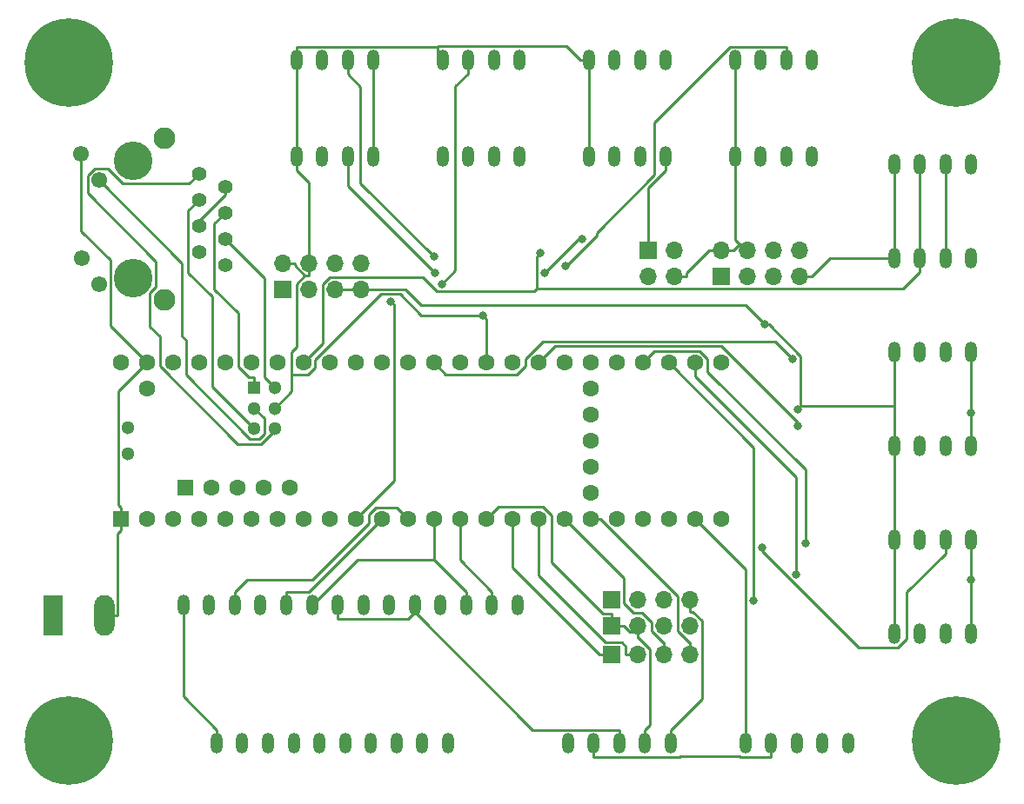
<source format=gbr>
%TF.GenerationSoftware,KiCad,Pcbnew,5.1.9-73d0e3b20d~88~ubuntu20.04.1*%
%TF.CreationDate,2021-02-26T13:03:21-08:00*%
%TF.ProjectId,TeensyMonitorV5,5465656e-7379-44d6-9f6e-69746f725635,rev?*%
%TF.SameCoordinates,Original*%
%TF.FileFunction,Copper,L4,Bot*%
%TF.FilePolarity,Positive*%
%FSLAX46Y46*%
G04 Gerber Fmt 4.6, Leading zero omitted, Abs format (unit mm)*
G04 Created by KiCad (PCBNEW 5.1.9-73d0e3b20d~88~ubuntu20.04.1) date 2021-02-26 13:03:21*
%MOMM*%
%LPD*%
G01*
G04 APERTURE LIST*
%TA.AperFunction,ComponentPad*%
%ADD10O,1.200000X2.000000*%
%TD*%
%TA.AperFunction,ComponentPad*%
%ADD11O,1.700000X1.700000*%
%TD*%
%TA.AperFunction,ComponentPad*%
%ADD12R,1.700000X1.700000*%
%TD*%
%TA.AperFunction,ComponentPad*%
%ADD13C,1.300000*%
%TD*%
%TA.AperFunction,ComponentPad*%
%ADD14C,1.600000*%
%TD*%
%TA.AperFunction,ComponentPad*%
%ADD15R,1.300000X1.300000*%
%TD*%
%TA.AperFunction,ComponentPad*%
%ADD16R,1.600000X1.600000*%
%TD*%
%TA.AperFunction,ComponentPad*%
%ADD17C,2.108200*%
%TD*%
%TA.AperFunction,ComponentPad*%
%ADD18C,3.759200*%
%TD*%
%TA.AperFunction,ComponentPad*%
%ADD19C,1.549400*%
%TD*%
%TA.AperFunction,ComponentPad*%
%ADD20C,1.397000*%
%TD*%
%TA.AperFunction,ComponentPad*%
%ADD21C,0.900000*%
%TD*%
%TA.AperFunction,ComponentPad*%
%ADD22C,8.600000*%
%TD*%
%TA.AperFunction,ComponentPad*%
%ADD23O,1.980000X3.960000*%
%TD*%
%TA.AperFunction,ComponentPad*%
%ADD24R,1.980000X3.960000*%
%TD*%
%TA.AperFunction,ViaPad*%
%ADD25C,0.800000*%
%TD*%
%TA.AperFunction,Conductor*%
%ADD26C,0.250000*%
%TD*%
G04 APERTURE END LIST*
D10*
%TO.P,J23,4*%
%TO.N,GND*%
X156404000Y-73406000D03*
%TO.P,J23,3*%
%TO.N,Net-(J23-Pad3)*%
X153904000Y-73406000D03*
%TO.P,J23,2*%
%TO.N,Net-(J23-Pad2)*%
X151404000Y-73406000D03*
%TO.P,J23,1*%
%TO.N,5V*%
X148904000Y-73406000D03*
%TD*%
%TO.P,J22,4*%
%TO.N,GND*%
X156404000Y-64262000D03*
%TO.P,J22,3*%
%TO.N,Net-(J22-Pad3)*%
X153904000Y-64262000D03*
%TO.P,J22,2*%
%TO.N,Net-(J22-Pad2)*%
X151404000Y-64262000D03*
%TO.P,J22,1*%
%TO.N,5V*%
X148904000Y-64262000D03*
%TD*%
%TO.P,J21,4*%
%TO.N,GND*%
X156404000Y-55118000D03*
%TO.P,J21,3*%
%TO.N,Net-(J21-Pad3)*%
X153904000Y-55118000D03*
%TO.P,J21,2*%
%TO.N,Net-(J21-Pad2)*%
X151404000Y-55118000D03*
%TO.P,J21,1*%
%TO.N,5V*%
X148904000Y-55118000D03*
%TD*%
%TO.P,J20,4*%
%TO.N,GND*%
X156404000Y-45974000D03*
%TO.P,J20,3*%
%TO.N,Net-(J20-Pad3)*%
X153904000Y-45974000D03*
%TO.P,J20,2*%
%TO.N,Net-(J20-Pad2)*%
X151404000Y-45974000D03*
%TO.P,J20,1*%
%TO.N,5V*%
X148904000Y-45974000D03*
%TD*%
%TO.P,U50,14*%
%TO.N,T_IRQ*%
X112262000Y-70612000D03*
%TO.P,U50,13*%
%TO.N,MISO*%
X109762000Y-70612000D03*
%TO.P,U50,12*%
%TO.N,MOSI*%
X107262000Y-70612000D03*
%TO.P,U50,11*%
%TO.N,T_CS*%
X104762000Y-70612000D03*
%TO.P,U50,10*%
%TO.N,SCK*%
X102262000Y-70612000D03*
%TO.P,U50,9*%
%TO.N,MISO*%
X99762000Y-70612000D03*
%TO.P,U50,8*%
%TO.N,Net-(R51-Pad1)*%
X97262000Y-70612000D03*
%TO.P,U50,7*%
%TO.N,SCK*%
X94762000Y-70612000D03*
%TO.P,U50,6*%
%TO.N,MOSI*%
X92262000Y-70612000D03*
%TO.P,U50,5*%
%TO.N,DC*%
X89762000Y-70612000D03*
%TO.P,U50,4*%
%TO.N,3V3*%
X87262000Y-70612000D03*
%TO.P,U50,3*%
%TO.N,CS*%
X84762000Y-70612000D03*
%TO.P,U50,2*%
%TO.N,GND*%
X82262000Y-70612000D03*
%TO.P,U50,1*%
%TO.N,5V*%
X79762000Y-70612000D03*
%TD*%
%TO.P,J39b1,4*%
%TO.N,GND*%
X156404000Y-27686000D03*
%TO.P,J39b1,3*%
%TO.N,SDA*%
X153904000Y-27686000D03*
%TO.P,J39b1,2*%
%TO.N,SCL*%
X151404000Y-27686000D03*
%TO.P,J39b1,1*%
%TO.N,3V3*%
X148904000Y-27686000D03*
%TD*%
%TO.P,J39a1,4*%
%TO.N,GND*%
X156404000Y-36830000D03*
%TO.P,J39a1,3*%
%TO.N,SDA*%
X153904000Y-36830000D03*
%TO.P,J39a1,2*%
%TO.N,SCL*%
X151404000Y-36830000D03*
%TO.P,J39a1,1*%
%TO.N,3V3*%
X148904000Y-36830000D03*
%TD*%
%TO.P,J55,5*%
%TO.N,GND*%
X144446000Y-84074000D03*
%TO.P,J55,4*%
%TO.N,3V3*%
X141946000Y-84074000D03*
%TO.P,J55,3*%
%TO.N,SCK*%
X139446000Y-84074000D03*
%TO.P,J55,2*%
%TO.N,MISO*%
X136946000Y-84074000D03*
%TO.P,J55,1*%
%TO.N,MOTOR1*%
X134446000Y-84074000D03*
%TD*%
%TO.P,J54,5*%
%TO.N,GND*%
X127174000Y-84074000D03*
%TO.P,J54,4*%
%TO.N,3V3*%
X124674000Y-84074000D03*
%TO.P,J54,3*%
%TO.N,SCK*%
X122174000Y-84074000D03*
%TO.P,J54,2*%
%TO.N,MISO*%
X119674000Y-84074000D03*
%TO.P,J54,1*%
%TO.N,MOTOR0*%
X117174000Y-84074000D03*
%TD*%
%TO.P,J40,10*%
%TO.N,GND*%
X105484000Y-84074000D03*
%TO.P,J40,9*%
%TO.N,Net-(J40-Pad9)*%
X102984000Y-84074000D03*
%TO.P,J40,8*%
%TO.N,Net-(J40-Pad8)*%
X100484000Y-84074000D03*
%TO.P,J40,7*%
%TO.N,Net-(J40-Pad7)*%
X97984000Y-84074000D03*
%TO.P,J40,6*%
%TO.N,Net-(J40-Pad6)*%
X95484000Y-84074000D03*
%TO.P,J40,5*%
%TO.N,Net-(J40-Pad5)*%
X92984000Y-84074000D03*
%TO.P,J40,4*%
%TO.N,Net-(J40-Pad4)*%
X90484000Y-84074000D03*
%TO.P,J40,3*%
%TO.N,Net-(J40-Pad3)*%
X87984000Y-84074000D03*
%TO.P,J40,2*%
%TO.N,Net-(J40-Pad2)*%
X85484000Y-84074000D03*
%TO.P,J40,1*%
%TO.N,5V*%
X82984000Y-84074000D03*
%TD*%
%TO.P,J37,4*%
%TO.N,GND*%
X133410000Y-26924000D03*
%TO.P,J37,3*%
%TO.N,Net-(J37-Pad3)*%
X135910000Y-26924000D03*
%TO.P,J37,2*%
%TO.N,Net-(J37-Pad2)*%
X138410000Y-26924000D03*
%TO.P,J37,1*%
%TO.N,3V3*%
X140910000Y-26924000D03*
%TD*%
%TO.P,J36,4*%
%TO.N,GND*%
X133410000Y-17526000D03*
%TO.P,J36,3*%
%TO.N,Net-(J36-Pad3)*%
X135910000Y-17526000D03*
%TO.P,J36,2*%
%TO.N,Net-(J36-Pad2)*%
X138410000Y-17526000D03*
%TO.P,J36,1*%
%TO.N,3V3*%
X140910000Y-17526000D03*
%TD*%
%TO.P,J35,4*%
%TO.N,GND*%
X119186000Y-26924000D03*
%TO.P,J35,3*%
%TO.N,Net-(J35-Pad3)*%
X121686000Y-26924000D03*
%TO.P,J35,2*%
%TO.N,Net-(J35-Pad2)*%
X124186000Y-26924000D03*
%TO.P,J35,1*%
%TO.N,3V3*%
X126686000Y-26924000D03*
%TD*%
%TO.P,J34,4*%
%TO.N,GND*%
X119186000Y-17526000D03*
%TO.P,J34,3*%
%TO.N,Net-(J34-Pad3)*%
X121686000Y-17526000D03*
%TO.P,J34,2*%
%TO.N,Net-(J34-Pad2)*%
X124186000Y-17526000D03*
%TO.P,J34,1*%
%TO.N,3V3*%
X126686000Y-17526000D03*
%TD*%
%TO.P,J33,4*%
%TO.N,GND*%
X104962000Y-26924000D03*
%TO.P,J33,3*%
%TO.N,Net-(J33-Pad3)*%
X107462000Y-26924000D03*
%TO.P,J33,2*%
%TO.N,Net-(J33-Pad2)*%
X109962000Y-26924000D03*
%TO.P,J33,1*%
%TO.N,3V3*%
X112462000Y-26924000D03*
%TD*%
%TO.P,J32,4*%
%TO.N,GND*%
X104962000Y-17526000D03*
%TO.P,J32,3*%
%TO.N,Net-(J32-Pad3)*%
X107462000Y-17526000D03*
%TO.P,J32,2*%
%TO.N,Net-(J32-Pad2)*%
X109962000Y-17526000D03*
%TO.P,J32,1*%
%TO.N,3V3*%
X112462000Y-17526000D03*
%TD*%
%TO.P,J31,4*%
%TO.N,GND*%
X90738000Y-26924000D03*
%TO.P,J31,3*%
%TO.N,Net-(J31-Pad3)*%
X93238000Y-26924000D03*
%TO.P,J31,2*%
%TO.N,Net-(J31-Pad2)*%
X95738000Y-26924000D03*
%TO.P,J31,1*%
%TO.N,3V3*%
X98238000Y-26924000D03*
%TD*%
%TO.P,J30,4*%
%TO.N,GND*%
X90738000Y-17526000D03*
%TO.P,J30,3*%
%TO.N,Net-(J30-Pad3)*%
X93238000Y-17526000D03*
%TO.P,J30,2*%
%TO.N,Net-(J30-Pad2)*%
X95738000Y-17526000D03*
%TO.P,J30,1*%
%TO.N,3V3*%
X98238000Y-17526000D03*
%TD*%
D11*
%TO.P,J5,4*%
%TO.N,GND*%
X127508000Y-38608000D03*
%TO.P,J5,3*%
%TO.N,Net-(J5-Pad3)*%
X124968000Y-38608000D03*
%TO.P,J5,2*%
%TO.N,Net-(J5-Pad2)*%
X127508000Y-36068000D03*
D12*
%TO.P,J5,1*%
%TO.N,3V3*%
X124968000Y-36068000D03*
%TD*%
D13*
%TO.P,U1,66*%
%TO.N,N/C*%
X74390000Y-53340000D03*
%TO.P,U1,67*%
X74390000Y-55880000D03*
D14*
%TO.P,U1,54*%
X119380000Y-49530000D03*
%TO.P,U1,53*%
X119380000Y-52070000D03*
%TO.P,U1,52*%
X119380000Y-54610000D03*
%TO.P,U1,51*%
X119380000Y-57150000D03*
%TO.P,U1,50*%
X119380000Y-59690000D03*
D13*
%TO.P,U1,62*%
%TO.N,T-*%
X86630000Y-53428400D03*
%TO.P,U1,63*%
%TO.N,T+*%
X88630000Y-53428400D03*
%TO.P,U1,64*%
%TO.N,GND*%
X88630000Y-51428400D03*
%TO.P,U1,61*%
%TO.N,LED*%
X86630000Y-51428400D03*
%TO.P,U1,65*%
%TO.N,R-*%
X88630000Y-49428400D03*
D15*
%TO.P,U1,60*%
%TO.N,R+*%
X86630000Y-49428400D03*
D14*
%TO.P,U1,17*%
%TO.N,ANLG1*%
X114300000Y-62230000D03*
%TO.P,U1,18*%
%TO.N,ANLG2*%
X116840000Y-62230000D03*
%TO.P,U1,19*%
%TO.N,ANLG3*%
X119380000Y-62230000D03*
%TO.P,U1,20*%
%TO.N,T_IRQ*%
X121920000Y-62230000D03*
%TO.P,U1,16*%
%TO.N,ANLG0*%
X111760000Y-62230000D03*
%TO.P,U1,15*%
%TO.N,3V3*%
X109220000Y-62230000D03*
%TO.P,U1,14*%
%TO.N,MISO*%
X106680000Y-62230000D03*
%TO.P,U1,21*%
%TO.N,T_CS*%
X124460000Y-62230000D03*
%TO.P,U1,22*%
%TO.N,MOTOR0*%
X127000000Y-62230000D03*
%TO.P,U1,23*%
%TO.N,MOTOR1*%
X129540000Y-62230000D03*
%TO.P,U1,24*%
%TO.N,N/C*%
X132080000Y-62230000D03*
%TO.P,U1,25*%
X132080000Y-46990000D03*
%TO.P,U1,26*%
%TO.N,TRG3*%
X129540000Y-46990000D03*
%TO.P,U1,27*%
%TO.N,ECHO3*%
X127000000Y-46990000D03*
%TO.P,U1,28*%
%TO.N,TRG2*%
X124460000Y-46990000D03*
%TO.P,U1,29*%
%TO.N,ECHO2*%
X121920000Y-46990000D03*
%TO.P,U1,30*%
%TO.N,N/C*%
X119380000Y-46990000D03*
%TO.P,U1,31*%
X116840000Y-46990000D03*
%TO.P,U1,32*%
%TO.N,TRG1*%
X114300000Y-46990000D03*
%TO.P,U1,33*%
%TO.N,ECHO1*%
X111760000Y-46990000D03*
%TO.P,U1,34*%
%TO.N,GND*%
X109220000Y-46990000D03*
%TO.P,U1,13*%
%TO.N,MOSI*%
X104140000Y-62230000D03*
%TO.P,U1,12*%
%TO.N,CS*%
X101600000Y-62230000D03*
%TO.P,U1,11*%
%TO.N,DC*%
X99060000Y-62230000D03*
%TO.P,U1,10*%
%TO.N,I2CRESET*%
X96520000Y-62230000D03*
%TO.P,U1,9*%
%TO.N,RLY7*%
X93980000Y-62230000D03*
%TO.P,U1,8*%
%TO.N,RLY6*%
X91440000Y-62230000D03*
%TO.P,U1,7*%
%TO.N,RLY5*%
X88900000Y-62230000D03*
%TO.P,U1,6*%
%TO.N,RLY4*%
X86360000Y-62230000D03*
%TO.P,U1,5*%
%TO.N,RLY3*%
X83820000Y-62230000D03*
%TO.P,U1,4*%
%TO.N,RLY2*%
X81280000Y-62230000D03*
%TO.P,U1,3*%
%TO.N,RLY1*%
X78740000Y-62230000D03*
%TO.P,U1,2*%
%TO.N,RLY0*%
X76200000Y-62230000D03*
D16*
%TO.P,U1,1*%
%TO.N,GND*%
X73660000Y-62230000D03*
D14*
%TO.P,U1,35*%
%TO.N,SCK*%
X106680000Y-46990000D03*
%TO.P,U1,36*%
%TO.N,TRG0*%
X104140000Y-46990000D03*
%TO.P,U1,37*%
%TO.N,ECHO0*%
X101600000Y-46990000D03*
%TO.P,U1,38*%
%TO.N,N/C*%
X99060000Y-46990000D03*
%TO.P,U1,39*%
X96520000Y-46990000D03*
%TO.P,U1,40*%
%TO.N,SDA*%
X93980000Y-46990000D03*
%TO.P,U1,41*%
%TO.N,SCL*%
X91440000Y-46990000D03*
%TO.P,U1,42*%
%TO.N,N/C*%
X88900000Y-46990000D03*
%TO.P,U1,43*%
X86360000Y-46990000D03*
%TO.P,U1,44*%
%TO.N,Net-(J5-Pad2)*%
X83820000Y-46990000D03*
%TO.P,U1,45*%
%TO.N,Net-(J5-Pad3)*%
X81280000Y-46990000D03*
%TO.P,U1,46*%
%TO.N,3V3*%
X78740000Y-46990000D03*
%TO.P,U1,47*%
%TO.N,GND*%
X76200000Y-46990000D03*
%TO.P,U1,48*%
%TO.N,5V*%
X73660000Y-46990000D03*
D16*
%TO.P,U1,55*%
%TO.N,N/C*%
X79959200Y-59179200D03*
D14*
%TO.P,U1,56*%
X82499200Y-59179200D03*
%TO.P,U1,57*%
X85039200Y-59179200D03*
%TO.P,U1,58*%
X87579200Y-59179200D03*
%TO.P,U1,59*%
X90119200Y-59179200D03*
%TO.P,U1,49*%
X76200000Y-49530000D03*
%TD*%
D17*
%TO.P,J4,16*%
%TO.N,N/C*%
X77940010Y-40894998D03*
%TO.P,J4,13*%
X77940010Y-25145002D03*
D18*
%TO.P,J4,15*%
X74890010Y-38735000D03*
%TO.P,J4,14*%
X74890010Y-27305000D03*
D19*
%TO.P,J4,12*%
X71530010Y-39345000D03*
%TO.P,J4,11*%
X69830010Y-36805000D03*
%TO.P,J4,10*%
%TO.N,LED*%
X71530010Y-29235000D03*
%TO.P,J4,9*%
%TO.N,GND*%
X69810010Y-26695000D03*
D20*
%TO.P,J4,7*%
%TO.N,N/C*%
X81260010Y-36195000D03*
%TO.P,J4,5*%
%TO.N,Net-(C1-Pad2)*%
X81260010Y-33655000D03*
%TO.P,J4,3*%
%TO.N,T-*%
X81260010Y-31115000D03*
%TO.P,J4,1*%
%TO.N,T+*%
X81260010Y-28575000D03*
%TO.P,J4,8*%
%TO.N,GND*%
X83800010Y-37465000D03*
%TO.P,J4,6*%
%TO.N,R-*%
X83800010Y-34925000D03*
%TO.P,J4,4*%
%TO.N,R+*%
X83800010Y-32385000D03*
%TO.P,J4,2*%
%TO.N,Net-(C1-Pad2)*%
X83800010Y-29845000D03*
%TD*%
D11*
%TO.P,J3,8*%
%TO.N,GND*%
X139700000Y-36068000D03*
%TO.P,J3,7*%
%TO.N,3V3*%
X139700000Y-38608000D03*
%TO.P,J3,6*%
%TO.N,GND*%
X137160000Y-36068000D03*
%TO.P,J3,5*%
%TO.N,3V3*%
X137160000Y-38608000D03*
%TO.P,J3,4*%
%TO.N,GND*%
X134620000Y-36068000D03*
%TO.P,J3,3*%
%TO.N,3V3*%
X134620000Y-38608000D03*
%TO.P,J3,2*%
%TO.N,GND*%
X132080000Y-36068000D03*
D12*
%TO.P,J3,1*%
%TO.N,3V3*%
X132080000Y-38608000D03*
%TD*%
D21*
%TO.P,H4,1*%
%TO.N,N/C*%
X157220419Y-81539581D03*
X154940000Y-80595000D03*
X152659581Y-81539581D03*
X151715000Y-83820000D03*
X152659581Y-86100419D03*
X154940000Y-87045000D03*
X157220419Y-86100419D03*
X158165000Y-83820000D03*
D22*
X154940000Y-83820000D03*
%TD*%
D21*
%TO.P,H3,1*%
%TO.N,N/C*%
X157220419Y-15499581D03*
X154940000Y-14555000D03*
X152659581Y-15499581D03*
X151715000Y-17780000D03*
X152659581Y-20060419D03*
X154940000Y-21005000D03*
X157220419Y-20060419D03*
X158165000Y-17780000D03*
D22*
X154940000Y-17780000D03*
%TD*%
D21*
%TO.P,H2,1*%
%TO.N,N/C*%
X70860419Y-81539581D03*
X68580000Y-80595000D03*
X66299581Y-81539581D03*
X65355000Y-83820000D03*
X66299581Y-86100419D03*
X68580000Y-87045000D03*
X70860419Y-86100419D03*
X71805000Y-83820000D03*
D22*
X68580000Y-83820000D03*
%TD*%
D21*
%TO.P,H1,1*%
%TO.N,N/C*%
X70860419Y-15499581D03*
X68580000Y-14555000D03*
X66299581Y-15499581D03*
X65355000Y-17780000D03*
X66299581Y-20060419D03*
X68580000Y-21005000D03*
X70860419Y-20060419D03*
X71805000Y-17780000D03*
D22*
X68580000Y-17780000D03*
%TD*%
D11*
%TO.P,J53,4*%
%TO.N,GND*%
X129032000Y-70104000D03*
%TO.P,J53,3*%
X126492000Y-70104000D03*
%TO.P,J53,2*%
X123952000Y-70104000D03*
D12*
%TO.P,J53,1*%
X121412000Y-70104000D03*
%TD*%
D11*
%TO.P,J52,4*%
%TO.N,3V3*%
X129032000Y-72644000D03*
%TO.P,J52,3*%
X126492000Y-72644000D03*
%TO.P,J52,2*%
X123952000Y-72644000D03*
D12*
%TO.P,J52,1*%
X121412000Y-72644000D03*
%TD*%
D11*
%TO.P,J51,4*%
%TO.N,ANLG3*%
X129032000Y-75438000D03*
%TO.P,J51,3*%
%TO.N,ANLG2*%
X126492000Y-75438000D03*
%TO.P,J51,2*%
%TO.N,ANLG1*%
X123952000Y-75438000D03*
D12*
%TO.P,J51,1*%
%TO.N,ANLG0*%
X121412000Y-75438000D03*
%TD*%
D11*
%TO.P,J2,8*%
%TO.N,GND*%
X97028000Y-37338000D03*
%TO.P,J2,7*%
%TO.N,5V*%
X97028000Y-39878000D03*
%TO.P,J2,6*%
%TO.N,GND*%
X94488000Y-37338000D03*
%TO.P,J2,5*%
%TO.N,5V*%
X94488000Y-39878000D03*
%TO.P,J2,4*%
%TO.N,GND*%
X91948000Y-37338000D03*
%TO.P,J2,3*%
%TO.N,5V*%
X91948000Y-39878000D03*
%TO.P,J2,2*%
%TO.N,GND*%
X89408000Y-37338000D03*
D12*
%TO.P,J2,1*%
%TO.N,5V*%
X89408000Y-39878000D03*
%TD*%
D23*
%TO.P,J1,2*%
%TO.N,GND*%
X72056000Y-71628000D03*
D24*
%TO.P,J1,1*%
%TO.N,5V*%
X67056000Y-71628000D03*
%TD*%
D25*
%TO.N,GND*%
X108859600Y-42369500D03*
%TO.N,5V*%
X139573100Y-51522800D03*
X136335000Y-43242500D03*
%TO.N,Net-(J31-Pad2)*%
X104210000Y-38289800D03*
%TO.N,Net-(J32-Pad3)*%
X104907500Y-39341500D03*
%TO.N,TRG0*%
X139048100Y-46640600D03*
%TO.N,TRG1*%
X139513800Y-53121500D03*
%TO.N,TRG2*%
X140277500Y-64570800D03*
%TO.N,TRG3*%
X139380000Y-67615800D03*
%TO.N,ECHO3*%
X135249300Y-70143000D03*
%TO.N,SCL*%
X114473100Y-36292600D03*
%TO.N,I2CRESET*%
X99946900Y-41054300D03*
%TO.N,GND*%
X156404000Y-51876000D03*
X156404000Y-68132000D03*
%TO.N,Net-(J22-Pad3)*%
X136067200Y-65015000D03*
%TO.N,Net-(J30-Pad2)*%
X104123800Y-36684000D03*
%TO.N,Net-(J36-Pad2)*%
X116922000Y-37539100D03*
%TO.N,Net-(J37-Pad3)*%
X118584700Y-34950300D03*
X114885600Y-38283000D03*
%TD*%
D26*
%TO.N,GND*%
X90299900Y-48140500D02*
X91904900Y-48140500D01*
X91904900Y-48140500D02*
X92565400Y-47480000D01*
X92565400Y-47480000D02*
X92565400Y-46726200D01*
X92565400Y-46726200D02*
X98963100Y-40328500D01*
X98963100Y-40328500D02*
X100852400Y-40328500D01*
X100852400Y-40328500D02*
X102893400Y-42369500D01*
X102893400Y-42369500D02*
X108859600Y-42369500D01*
X88630000Y-51428400D02*
X90299900Y-49758500D01*
X90299900Y-49758500D02*
X90299900Y-48140500D01*
X91580600Y-38513300D02*
X90772700Y-39321200D01*
X90772700Y-39321200D02*
X90772700Y-45477000D01*
X90772700Y-45477000D02*
X90299900Y-45949800D01*
X90299900Y-45949800D02*
X90299900Y-48140500D01*
X109220000Y-46990000D02*
X109220000Y-42729900D01*
X109220000Y-42729900D02*
X108859600Y-42369500D01*
X91948000Y-38513300D02*
X91580600Y-38513300D01*
X90583300Y-37338000D02*
X90583300Y-37516000D01*
X90583300Y-37516000D02*
X91580600Y-38513300D01*
X89408000Y-37338000D02*
X90583300Y-37338000D01*
X133843000Y-35480300D02*
X133255300Y-36068000D01*
X134620000Y-35480300D02*
X133843000Y-35480300D01*
X133410000Y-26924000D02*
X133410000Y-35047300D01*
X133410000Y-35047300D02*
X133843000Y-35480300D01*
X133410000Y-17526000D02*
X133410000Y-26924000D01*
X132080000Y-36068000D02*
X133255300Y-36068000D01*
X134620000Y-36068000D02*
X134620000Y-35480300D01*
X104516600Y-16283500D02*
X104605600Y-16194500D01*
X104605600Y-16194500D02*
X117065100Y-16194500D01*
X117065100Y-16194500D02*
X118396600Y-17526000D01*
X118396600Y-17526000D02*
X119186000Y-17526000D01*
X104962000Y-17526000D02*
X104516600Y-17080600D01*
X104516600Y-17080600D02*
X104516600Y-16283500D01*
X90738000Y-16200700D02*
X99112700Y-16200700D01*
X99112700Y-16200700D02*
X99195500Y-16283500D01*
X99195500Y-16283500D02*
X104516600Y-16283500D01*
X90738000Y-17526000D02*
X90738000Y-16200700D01*
X90738000Y-26924000D02*
X90738000Y-17526000D01*
X91948000Y-37338000D02*
X91948000Y-38513300D01*
X90738000Y-28249300D02*
X91948000Y-29459300D01*
X91948000Y-29459300D02*
X91948000Y-37338000D01*
X73660000Y-62230000D02*
X73660000Y-63355300D01*
X72056000Y-71628000D02*
X73371300Y-71628000D01*
X73371300Y-71628000D02*
X73371300Y-63644000D01*
X73371300Y-63644000D02*
X73660000Y-63355300D01*
X127508000Y-38608000D02*
X128683300Y-38608000D01*
X132080000Y-36068000D02*
X130904700Y-36068000D01*
X130904700Y-36068000D02*
X128683300Y-38289400D01*
X128683300Y-38289400D02*
X128683300Y-38608000D01*
X127174000Y-84074000D02*
X127174000Y-82748700D01*
X129032000Y-70104000D02*
X129032000Y-71279300D01*
X127174000Y-82748700D02*
X130214100Y-79708600D01*
X130214100Y-79708600D02*
X130214100Y-72156300D01*
X130214100Y-72156300D02*
X129337100Y-71279300D01*
X129337100Y-71279300D02*
X129032000Y-71279300D01*
X90738000Y-26924000D02*
X90738000Y-28249300D01*
X119186000Y-17526000D02*
X119186000Y-26924000D01*
X76200000Y-46990000D02*
X73398800Y-49791200D01*
X73398800Y-49791200D02*
X73398800Y-60843500D01*
X73398800Y-60843500D02*
X73660000Y-61104700D01*
X73660000Y-62230000D02*
X73660000Y-61104700D01*
X69810000Y-26695000D02*
X69810000Y-34150300D01*
X69810000Y-34150300D02*
X72657500Y-36997800D01*
X72657500Y-36997800D02*
X72657500Y-43447500D01*
X72657500Y-43447500D02*
X76200000Y-46990000D01*
%TO.N,5V*%
X136335000Y-43242500D02*
X134488700Y-41396200D01*
X134488700Y-41396200D02*
X102875400Y-41396200D01*
X102875400Y-41396200D02*
X101357200Y-39878000D01*
X101357200Y-39878000D02*
X97028000Y-39878000D01*
X139835300Y-51235900D02*
X139573100Y-51498100D01*
X139573100Y-51498100D02*
X139573100Y-51522800D01*
X148904000Y-51235900D02*
X148904000Y-55118000D01*
X148904000Y-47299300D02*
X148904000Y-51235900D01*
X139835300Y-51235900D02*
X148904000Y-51235900D01*
X136335000Y-43242500D02*
X136729400Y-43242500D01*
X136729400Y-43242500D02*
X139835300Y-46348400D01*
X139835300Y-46348400D02*
X139835300Y-51235900D01*
X82984000Y-84074000D02*
X82984000Y-82748700D01*
X79762000Y-70612000D02*
X79762000Y-79526700D01*
X79762000Y-79526700D02*
X82984000Y-82748700D01*
X94488000Y-39878000D02*
X97028000Y-39878000D01*
X148904000Y-64262000D02*
X148904000Y-73406000D01*
X148904000Y-55118000D02*
X148904000Y-64262000D01*
X148904000Y-45974000D02*
X148904000Y-47299300D01*
%TO.N,3V3*%
X121412000Y-72644000D02*
X122587300Y-72644000D01*
X123952000Y-73231600D02*
X123174900Y-73231600D01*
X123174900Y-73231600D02*
X122587300Y-72644000D01*
X123952000Y-73231600D02*
X123952000Y-73819300D01*
X123952000Y-72644000D02*
X123952000Y-73231600D01*
X121412000Y-72644000D02*
X121412000Y-71468700D01*
X121412000Y-71468700D02*
X120604000Y-71468700D01*
X120604000Y-71468700D02*
X115570000Y-66434700D01*
X115570000Y-66434700D02*
X115570000Y-61880700D01*
X115570000Y-61880700D02*
X114760400Y-61071100D01*
X114760400Y-61071100D02*
X110378900Y-61071100D01*
X110378900Y-61071100D02*
X109220000Y-62230000D01*
X126686000Y-26924000D02*
X126686000Y-28249300D01*
X124968000Y-36068000D02*
X124968000Y-29967300D01*
X124968000Y-29967300D02*
X126686000Y-28249300D01*
X124674000Y-84074000D02*
X124674000Y-82748700D01*
X123952000Y-73819300D02*
X124025500Y-73819300D01*
X124025500Y-73819300D02*
X125146500Y-74940300D01*
X125146500Y-74940300D02*
X125146500Y-82276200D01*
X125146500Y-82276200D02*
X124674000Y-82748700D01*
X148904000Y-27686000D02*
X148904000Y-36830000D01*
X139700000Y-38608000D02*
X140875300Y-38608000D01*
X148904000Y-36830000D02*
X142653300Y-36830000D01*
X142653300Y-36830000D02*
X140875300Y-38608000D01*
X98238000Y-17526000D02*
X98238000Y-26924000D01*
%TO.N,Net-(J31-Pad2)*%
X95738000Y-28249300D02*
X95738000Y-29817800D01*
X95738000Y-29817800D02*
X104210000Y-38289800D01*
X95738000Y-26924000D02*
X95738000Y-28249300D01*
%TO.N,Net-(J32-Pad3)*%
X107462000Y-18851300D02*
X106223600Y-20089700D01*
X106223600Y-20089700D02*
X106223600Y-38025400D01*
X106223600Y-38025400D02*
X104907500Y-39341500D01*
X107462000Y-17526000D02*
X107462000Y-18851300D01*
%TO.N,ANLG3*%
X129032000Y-75438000D02*
X129032000Y-74262700D01*
X129032000Y-74262700D02*
X128958400Y-74262700D01*
X128958400Y-74262700D02*
X127856700Y-73161000D01*
X127856700Y-73161000D02*
X127856700Y-69758200D01*
X127856700Y-69758200D02*
X120328500Y-62230000D01*
X120328500Y-62230000D02*
X119380000Y-62230000D01*
%TO.N,ANLG2*%
X126492000Y-75438000D02*
X126492000Y-74262700D01*
X126492000Y-74262700D02*
X126418400Y-74262700D01*
X126418400Y-74262700D02*
X125316700Y-73161000D01*
X125316700Y-73161000D02*
X125316700Y-72307700D01*
X125316700Y-72307700D02*
X124383000Y-71374000D01*
X124383000Y-71374000D02*
X123557200Y-71374000D01*
X123557200Y-71374000D02*
X122587400Y-70404200D01*
X122587400Y-70404200D02*
X122587400Y-67977400D01*
X122587400Y-67977400D02*
X116840000Y-62230000D01*
%TO.N,ANLG1*%
X123952000Y-75438000D02*
X122776700Y-75438000D01*
X122776700Y-75438000D02*
X122776700Y-74629900D01*
X122776700Y-74629900D02*
X122409500Y-74262700D01*
X122409500Y-74262700D02*
X120857200Y-74262700D01*
X120857200Y-74262700D02*
X114300000Y-67705500D01*
X114300000Y-67705500D02*
X114300000Y-62230000D01*
%TO.N,ANLG0*%
X121412000Y-75438000D02*
X120236700Y-75438000D01*
X120236700Y-75438000D02*
X111760000Y-66961300D01*
X111760000Y-66961300D02*
X111760000Y-62230000D01*
%TO.N,SCK*%
X102262000Y-71274600D02*
X113736100Y-82748700D01*
X113736100Y-82748700D02*
X122174000Y-82748700D01*
X122174000Y-84074000D02*
X122174000Y-82748700D01*
X102262000Y-71274600D02*
X101599300Y-71937300D01*
X101599300Y-71937300D02*
X94762000Y-71937300D01*
X94762000Y-70612000D02*
X94762000Y-71937300D01*
X102262000Y-70612000D02*
X102262000Y-71274600D01*
%TO.N,MISO*%
X136946000Y-84074000D02*
X136946000Y-85399300D01*
X119674000Y-84074000D02*
X119674000Y-85399300D01*
X119674000Y-85399300D02*
X128048700Y-85399300D01*
X128048700Y-85399300D02*
X128117100Y-85330900D01*
X128117100Y-85330900D02*
X133885200Y-85330900D01*
X133885200Y-85330900D02*
X133953600Y-85399300D01*
X133953600Y-85399300D02*
X136946000Y-85399300D01*
X109762000Y-70612000D02*
X109762000Y-69286700D01*
X106680000Y-62230000D02*
X106680000Y-66204700D01*
X106680000Y-66204700D02*
X109762000Y-69286700D01*
%TO.N,MOTOR1*%
X129540000Y-62230000D02*
X134446000Y-67136000D01*
X134446000Y-67136000D02*
X134446000Y-84074000D01*
%TO.N,TRG0*%
X104140000Y-46990000D02*
X105273000Y-48123000D01*
X105273000Y-48123000D02*
X112239500Y-48123000D01*
X112239500Y-48123000D02*
X113030000Y-47332500D01*
X113030000Y-47332500D02*
X113030000Y-46623400D01*
X113030000Y-46623400D02*
X114718200Y-44935200D01*
X114718200Y-44935200D02*
X137342700Y-44935200D01*
X137342700Y-44935200D02*
X139048100Y-46640600D01*
%TO.N,TRG1*%
X114300000Y-46990000D02*
X115901700Y-45388300D01*
X115901700Y-45388300D02*
X132077900Y-45388300D01*
X132077900Y-45388300D02*
X139513800Y-52824200D01*
X139513800Y-52824200D02*
X139513800Y-53121500D01*
%TO.N,TRG2*%
X140277500Y-64570800D02*
X140277500Y-57409200D01*
X140277500Y-57409200D02*
X130765100Y-47896800D01*
X130765100Y-47896800D02*
X130765100Y-46614300D01*
X130765100Y-46614300D02*
X130003200Y-45852400D01*
X130003200Y-45852400D02*
X125597600Y-45852400D01*
X125597600Y-45852400D02*
X124460000Y-46990000D01*
%TO.N,TRG3*%
X139380000Y-67615800D02*
X139380000Y-58166100D01*
X139380000Y-58166100D02*
X129540000Y-48326100D01*
X129540000Y-48326100D02*
X129540000Y-46990000D01*
%TO.N,ECHO3*%
X127000000Y-46990000D02*
X135249300Y-55239300D01*
X135249300Y-55239300D02*
X135249300Y-70143000D01*
%TO.N,SCL*%
X114160200Y-39797400D02*
X114160200Y-36605500D01*
X114160200Y-36605500D02*
X114473100Y-36292600D01*
X151404000Y-38155300D02*
X149761900Y-39797400D01*
X149761900Y-39797400D02*
X114160200Y-39797400D01*
X114160200Y-39797400D02*
X113886800Y-40070800D01*
X113886800Y-40070800D02*
X104429700Y-40070800D01*
X104429700Y-40070800D02*
X103046800Y-38687900D01*
X103046800Y-38687900D02*
X93988100Y-38687900D01*
X93988100Y-38687900D02*
X93312600Y-39363400D01*
X93312600Y-39363400D02*
X93312600Y-45117400D01*
X93312600Y-45117400D02*
X91440000Y-46990000D01*
X151404000Y-36830000D02*
X151404000Y-38155300D01*
X151404000Y-27686000D02*
X151404000Y-36830000D01*
%TO.N,SDA*%
X153904000Y-27686000D02*
X153904000Y-36830000D01*
%TO.N,MOSI*%
X104140000Y-66164700D02*
X107262000Y-69286700D01*
X104140000Y-62230000D02*
X104140000Y-66164700D01*
X104140000Y-66164700D02*
X96709300Y-66164700D01*
X96709300Y-66164700D02*
X92262000Y-70612000D01*
X107262000Y-70612000D02*
X107262000Y-69286700D01*
%TO.N,CS*%
X84762000Y-70612000D02*
X84762000Y-69286700D01*
X101600000Y-62230000D02*
X100474400Y-61104400D01*
X100474400Y-61104400D02*
X98510800Y-61104400D01*
X98510800Y-61104400D02*
X97790000Y-61825200D01*
X97790000Y-61825200D02*
X97790000Y-62603600D01*
X97790000Y-62603600D02*
X92282200Y-68111400D01*
X92282200Y-68111400D02*
X85937300Y-68111400D01*
X85937300Y-68111400D02*
X84762000Y-69286700D01*
%TO.N,DC*%
X89762000Y-70612000D02*
X89762000Y-69286700D01*
X99060000Y-62230000D02*
X92003300Y-69286700D01*
X92003300Y-69286700D02*
X89762000Y-69286700D01*
%TO.N,I2CRESET*%
X96520000Y-62230000D02*
X100224100Y-58525900D01*
X100224100Y-58525900D02*
X100224100Y-41331500D01*
X100224100Y-41331500D02*
X99946900Y-41054300D01*
%TO.N,GND*%
X156404000Y-45974000D02*
X156404000Y-51876000D01*
X156404000Y-51876000D02*
X156404000Y-55118000D01*
X156404000Y-64262000D02*
X156404000Y-68132000D01*
X156404000Y-68132000D02*
X156404000Y-73406000D01*
%TO.N,Net-(J22-Pad3)*%
X153904000Y-64262000D02*
X153904000Y-65587300D01*
X153904000Y-65587300D02*
X150154000Y-69337300D01*
X150154000Y-69337300D02*
X150154000Y-73878100D01*
X150154000Y-73878100D02*
X149300800Y-74731300D01*
X149300800Y-74731300D02*
X145441900Y-74731300D01*
X145441900Y-74731300D02*
X136067200Y-65356600D01*
X136067200Y-65356600D02*
X136067200Y-65015000D01*
%TO.N,Net-(J30-Pad2)*%
X95738000Y-18851300D02*
X96988000Y-20101300D01*
X96988000Y-20101300D02*
X96988000Y-29548200D01*
X96988000Y-29548200D02*
X104123800Y-36684000D01*
X95738000Y-17526000D02*
X95738000Y-18851300D01*
%TO.N,Net-(J36-Pad2)*%
X116922000Y-37539100D02*
X117021700Y-37539100D01*
X117021700Y-37539100D02*
X119945100Y-34615700D01*
X119945100Y-34615700D02*
X119945100Y-34328900D01*
X119945100Y-34328900D02*
X125595300Y-28678700D01*
X125595300Y-28678700D02*
X125595300Y-23584200D01*
X125595300Y-23584200D02*
X132978800Y-16200700D01*
X132978800Y-16200700D02*
X138410000Y-16200700D01*
X138410000Y-17526000D02*
X138410000Y-16200700D01*
%TO.N,Net-(J37-Pad3)*%
X114885600Y-38283000D02*
X118218300Y-34950300D01*
X118218300Y-34950300D02*
X118584700Y-34950300D01*
%TO.N,Net-(C1-Pad2)*%
X83800000Y-29845000D02*
X83800000Y-30652700D01*
X83800000Y-30652700D02*
X81260000Y-33192700D01*
X81260000Y-33192700D02*
X81260000Y-33655000D01*
%TO.N,LED*%
X71530000Y-29235000D02*
X79639900Y-37344900D01*
X79639900Y-37344900D02*
X79639900Y-44395500D01*
X79639900Y-44395500D02*
X80010000Y-44765600D01*
X80010000Y-44765600D02*
X80010000Y-48198800D01*
X80010000Y-48198800D02*
X86219500Y-54408300D01*
X86219500Y-54408300D02*
X87105800Y-54408300D01*
X87105800Y-54408300D02*
X87630000Y-53884100D01*
X87630000Y-53884100D02*
X87630000Y-52428400D01*
X87630000Y-52428400D02*
X86630000Y-51428400D01*
%TO.N,T-*%
X86630000Y-53428400D02*
X82550000Y-49348400D01*
X82550000Y-49348400D02*
X82550000Y-40573500D01*
X82550000Y-40573500D02*
X80235100Y-38258600D01*
X80235100Y-38258600D02*
X80235100Y-32139900D01*
X80235100Y-32139900D02*
X81260000Y-31115000D01*
%TO.N,T+*%
X81260000Y-28575000D02*
X80300700Y-29534300D01*
X80300700Y-29534300D02*
X73830200Y-29534300D01*
X73830200Y-29534300D02*
X72393300Y-28097400D01*
X72393300Y-28097400D02*
X71095100Y-28097400D01*
X71095100Y-28097400D02*
X70416900Y-28775600D01*
X70416900Y-28775600D02*
X70416900Y-30491600D01*
X70416900Y-30491600D02*
X77096300Y-37171000D01*
X77096300Y-37171000D02*
X77096300Y-39647100D01*
X77096300Y-39647100D02*
X76507500Y-40235900D01*
X76507500Y-40235900D02*
X76507500Y-43470000D01*
X76507500Y-43470000D02*
X77470000Y-44432500D01*
X77470000Y-44432500D02*
X77470000Y-47330700D01*
X77470000Y-47330700D02*
X85040500Y-54901200D01*
X85040500Y-54901200D02*
X87287500Y-54901200D01*
X87287500Y-54901200D02*
X88630000Y-53558700D01*
X88630000Y-53558700D02*
X88630000Y-53428400D01*
%TO.N,R-*%
X83800000Y-34925000D02*
X87630000Y-38755000D01*
X87630000Y-38755000D02*
X87630000Y-48428400D01*
X87630000Y-48428400D02*
X88630000Y-49428400D01*
%TO.N,R+*%
X86630000Y-49428400D02*
X86630000Y-48453100D01*
X83800000Y-32385000D02*
X82775100Y-33409900D01*
X82775100Y-33409900D02*
X82775100Y-39843500D01*
X82775100Y-39843500D02*
X85090000Y-42158400D01*
X85090000Y-42158400D02*
X85090000Y-47400700D01*
X85090000Y-47400700D02*
X86142400Y-48453100D01*
X86142400Y-48453100D02*
X86630000Y-48453100D01*
%TD*%
M02*

</source>
